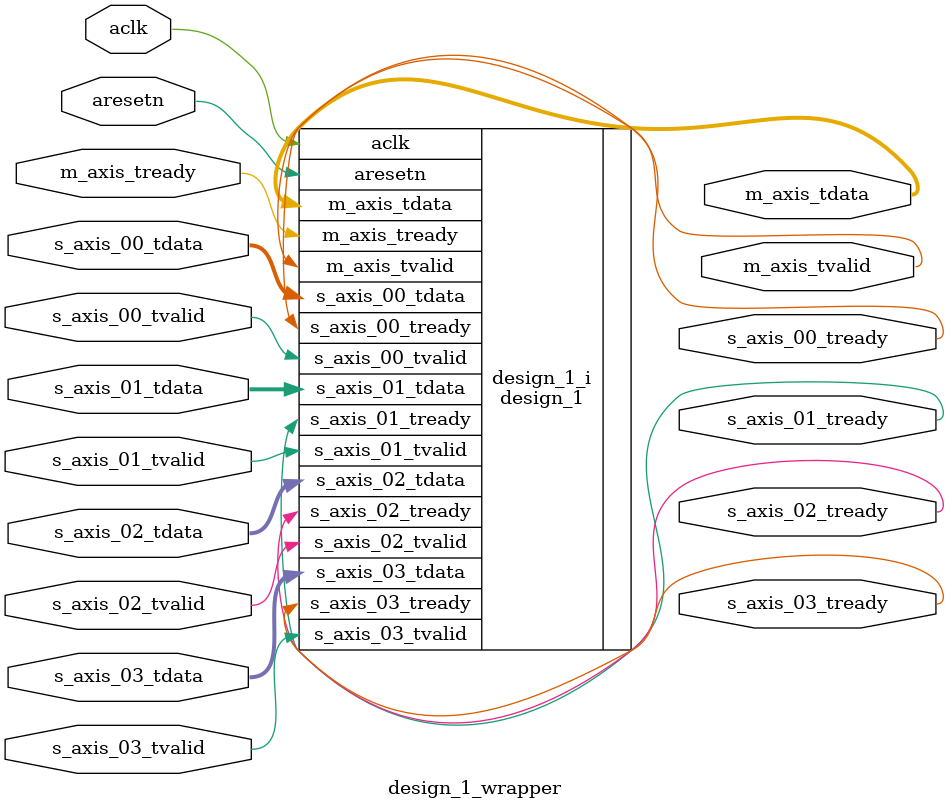
<source format=v>
`timescale 1 ps / 1 ps

module design_1_wrapper
   (aclk,
    aresetn,
    m_axis_tdata,
    m_axis_tready,
    m_axis_tvalid,
    s_axis_00_tdata,
    s_axis_00_tready,
    s_axis_00_tvalid,
    s_axis_01_tdata,
    s_axis_01_tready,
    s_axis_01_tvalid,
    s_axis_02_tdata,
    s_axis_02_tready,
    s_axis_02_tvalid,
    s_axis_03_tdata,
    s_axis_03_tready,
    s_axis_03_tvalid);
  input aclk;
  input aresetn;
  output [31:0]m_axis_tdata;
  input m_axis_tready;
  output m_axis_tvalid;
  input [7:0]s_axis_00_tdata;
  output s_axis_00_tready;
  input s_axis_00_tvalid;
  input [7:0]s_axis_01_tdata;
  output s_axis_01_tready;
  input s_axis_01_tvalid;
  input [7:0]s_axis_02_tdata;
  output s_axis_02_tready;
  input s_axis_02_tvalid;
  input [7:0]s_axis_03_tdata;
  output s_axis_03_tready;
  input s_axis_03_tvalid;

  wire aclk;
  wire aresetn;
  wire [31:0]m_axis_tdata;
  wire m_axis_tready;
  wire m_axis_tvalid;
  wire [7:0]s_axis_00_tdata;
  wire s_axis_00_tready;
  wire s_axis_00_tvalid;
  wire [7:0]s_axis_01_tdata;
  wire s_axis_01_tready;
  wire s_axis_01_tvalid;
  wire [7:0]s_axis_02_tdata;
  wire s_axis_02_tready;
  wire s_axis_02_tvalid;
  wire [7:0]s_axis_03_tdata;
  wire s_axis_03_tready;
  wire s_axis_03_tvalid;

  design_1 design_1_i
       (.aclk(aclk),
        .aresetn(aresetn),
        .m_axis_tdata(m_axis_tdata),
        .m_axis_tready(m_axis_tready),
        .m_axis_tvalid(m_axis_tvalid),
        .s_axis_00_tdata(s_axis_00_tdata),
        .s_axis_00_tready(s_axis_00_tready),
        .s_axis_00_tvalid(s_axis_00_tvalid),
        .s_axis_01_tdata(s_axis_01_tdata),
        .s_axis_01_tready(s_axis_01_tready),
        .s_axis_01_tvalid(s_axis_01_tvalid),
        .s_axis_02_tdata(s_axis_02_tdata),
        .s_axis_02_tready(s_axis_02_tready),
        .s_axis_02_tvalid(s_axis_02_tvalid),
        .s_axis_03_tdata(s_axis_03_tdata),
        .s_axis_03_tready(s_axis_03_tready),
        .s_axis_03_tvalid(s_axis_03_tvalid));
endmodule

</source>
